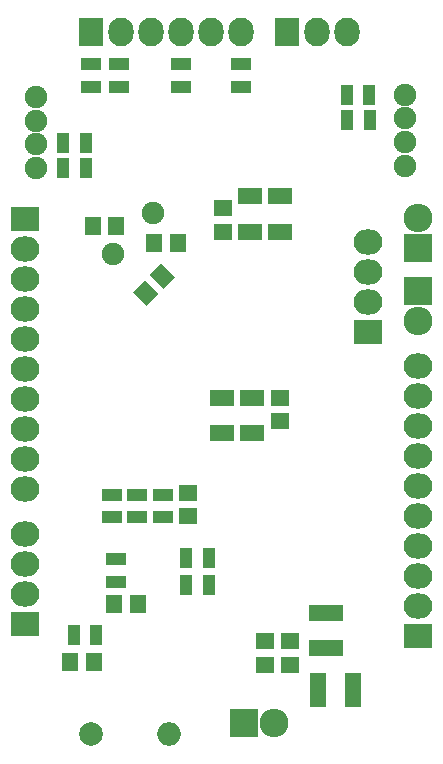
<source format=gbs>
G04 #@! TF.FileFunction,Soldermask,Bot*
%FSLAX46Y46*%
G04 Gerber Fmt 4.6, Leading zero omitted, Abs format (unit mm)*
G04 Created by KiCad (PCBNEW 4.0.0-2.201512072331+6194~38~ubuntu14.04.1-stable) date Mon 04 Jan 2016 09:00:13 PM CET*
%MOMM*%
G01*
G04 APERTURE LIST*
%ADD10C,0.100000*%
%ADD11R,1.650000X1.400000*%
%ADD12R,2.000000X1.400000*%
%ADD13R,1.400000X1.650000*%
%ADD14R,2.900000X1.400000*%
%ADD15R,1.400000X2.900000*%
%ADD16R,2.432000X2.127200*%
%ADD17O,2.432000X2.127200*%
%ADD18R,2.432000X2.432000*%
%ADD19O,2.432000X2.432000*%
%ADD20R,2.127200X2.432000*%
%ADD21O,2.127200X2.432000*%
%ADD22C,1.900000*%
%ADD23C,2.000000*%
%ADD24O,2.000000X2.000000*%
%ADD25R,1.700000X1.100000*%
%ADD26R,1.100000X1.700000*%
%ADD27C,1.901140*%
G04 APERTURE END LIST*
D10*
D11*
X100351790Y-111714023D03*
X100351790Y-109714023D03*
D12*
X97938790Y-112722024D03*
X97938790Y-109722024D03*
X95398790Y-112722023D03*
X95398790Y-109722023D03*
D10*
G36*
X90280719Y-98341355D02*
X91447445Y-99508081D01*
X90457495Y-100498031D01*
X89290769Y-99331305D01*
X90280719Y-98341355D01*
X90280719Y-98341355D01*
G37*
G36*
X88866505Y-99755569D02*
X90033231Y-100922295D01*
X89043281Y-101912245D01*
X87876555Y-100745519D01*
X88866505Y-99755569D01*
X88866505Y-99755569D01*
G37*
D13*
X89678000Y-96570800D03*
X91678000Y-96570800D03*
X84471000Y-95173800D03*
X86471000Y-95173800D03*
D11*
X92583000Y-117745000D03*
X92583000Y-119745000D03*
D13*
X82566000Y-132080000D03*
X84566000Y-132080000D03*
D11*
X101219000Y-130318000D03*
X101219000Y-132318000D03*
X99060000Y-130318000D03*
X99060000Y-132318000D03*
D13*
X88299800Y-127177800D03*
X86299800Y-127177800D03*
D14*
X104267000Y-127913000D03*
X104267000Y-130913000D03*
D15*
X106529000Y-134493000D03*
X103529000Y-134493000D03*
D16*
X112014000Y-129921000D03*
D17*
X112014000Y-127381000D03*
X112014000Y-124841000D03*
X112014000Y-122301000D03*
X112014000Y-119761000D03*
X112014000Y-117221000D03*
X112014000Y-114681000D03*
X112014000Y-112141000D03*
X112014000Y-109601000D03*
X112014000Y-107061000D03*
D16*
X78740000Y-94615000D03*
D17*
X78740000Y-97155000D03*
X78740000Y-99695000D03*
X78740000Y-102235000D03*
X78740000Y-104775000D03*
X78740000Y-107315000D03*
X78740000Y-109855000D03*
X78740000Y-112395000D03*
X78740000Y-114935000D03*
X78740000Y-117475000D03*
D16*
X107746800Y-104165400D03*
D17*
X107746800Y-101625400D03*
X107746800Y-99085400D03*
X107746800Y-96545400D03*
D18*
X112014000Y-100711000D03*
D19*
X112014000Y-103251000D03*
D16*
X78740000Y-128905000D03*
D17*
X78740000Y-126365000D03*
X78740000Y-123825000D03*
X78740000Y-121285000D03*
D18*
X112014000Y-97028000D03*
D19*
X112014000Y-94488000D03*
D20*
X84328000Y-78740000D03*
D21*
X86868000Y-78740000D03*
X89408000Y-78740000D03*
X91948000Y-78740000D03*
X94488000Y-78740000D03*
X97028000Y-78740000D03*
D22*
X110934500Y-90056500D03*
X110934500Y-88056500D03*
X110934500Y-86056500D03*
X110934500Y-84056500D03*
X79692500Y-84251000D03*
X79692500Y-86251000D03*
X79692500Y-88251000D03*
X79692500Y-90251000D03*
D20*
X100965000Y-78740000D03*
D21*
X103505000Y-78740000D03*
X106045000Y-78740000D03*
D23*
X84330000Y-138176000D03*
D24*
X90930000Y-138176000D03*
D18*
X97282000Y-137287000D03*
D19*
X99822000Y-137287000D03*
D25*
X91948000Y-81473000D03*
X91948000Y-83373000D03*
X86741000Y-83373000D03*
X86741000Y-81473000D03*
X84328000Y-81473000D03*
X84328000Y-83373000D03*
X97028000Y-83373000D03*
X97028000Y-81473000D03*
X90424000Y-119822000D03*
X90424000Y-117922000D03*
X88265000Y-117922000D03*
X88265000Y-119822000D03*
X86106000Y-117922000D03*
X86106000Y-119822000D03*
X86487000Y-125283000D03*
X86487000Y-123383000D03*
D26*
X84770000Y-129794000D03*
X82870000Y-129794000D03*
X92395000Y-123317000D03*
X94295000Y-123317000D03*
X92395000Y-125603000D03*
X94295000Y-125603000D03*
D27*
X89610005Y-94082795D03*
X86157995Y-97534805D03*
D11*
X95504000Y-93665800D03*
X95504000Y-95665800D03*
D26*
X81981000Y-90297000D03*
X83881000Y-90297000D03*
X81981000Y-88138000D03*
X83881000Y-88138000D03*
X106047500Y-86233000D03*
X107947500Y-86233000D03*
X105984000Y-84074000D03*
X107884000Y-84074000D03*
D12*
X97790000Y-92657800D03*
X97790000Y-95657800D03*
X100330000Y-92657800D03*
X100330000Y-95657800D03*
M02*

</source>
